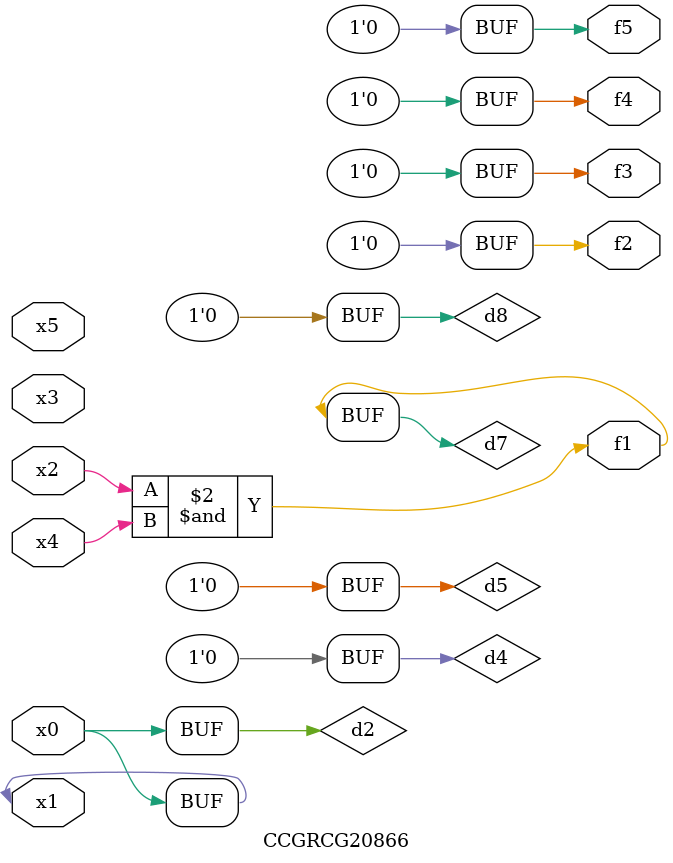
<source format=v>
module CCGRCG20866(
	input x0, x1, x2, x3, x4, x5,
	output f1, f2, f3, f4, f5
);

	wire d1, d2, d3, d4, d5, d6, d7, d8, d9;

	nand (d1, x1);
	buf (d2, x0, x1);
	nand (d3, x2, x4);
	and (d4, d1, d2);
	and (d5, d1, d2);
	nand (d6, d1, d3);
	not (d7, d3);
	xor (d8, d5);
	nor (d9, d5, d6);
	assign f1 = d7;
	assign f2 = d8;
	assign f3 = d8;
	assign f4 = d8;
	assign f5 = d8;
endmodule

</source>
